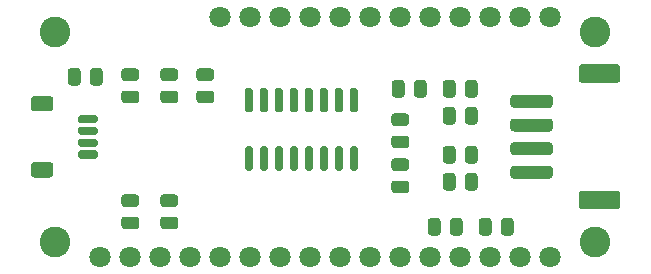
<source format=gbr>
%TF.GenerationSoftware,KiCad,Pcbnew,(5.1.6-0-10_14)*%
%TF.CreationDate,2020-10-21T19:08:18-07:00*%
%TF.ProjectId,NAU7802_Dual_24-bit_ADC,4e415537-3830-4325-9f44-75616c5f3234,v00*%
%TF.SameCoordinates,Original*%
%TF.FileFunction,Soldermask,Top*%
%TF.FilePolarity,Negative*%
%FSLAX46Y46*%
G04 Gerber Fmt 4.6, Leading zero omitted, Abs format (unit mm)*
G04 Created by KiCad (PCBNEW (5.1.6-0-10_14)) date 2020-10-21 19:08:18*
%MOMM*%
%LPD*%
G01*
G04 APERTURE LIST*
%ADD10C,1.801600*%
%ADD11C,2.601600*%
G04 APERTURE END LIST*
%TO.C,U1*%
G36*
G01*
X147368400Y-99515800D02*
X147017600Y-99515800D01*
G75*
G02*
X146842200Y-99340400I0J175400D01*
G01*
X146842200Y-97639600D01*
G75*
G02*
X147017600Y-97464200I175400J0D01*
G01*
X147368400Y-97464200D01*
G75*
G02*
X147543800Y-97639600I0J-175400D01*
G01*
X147543800Y-99340400D01*
G75*
G02*
X147368400Y-99515800I-175400J0D01*
G01*
G37*
G36*
G01*
X148638400Y-99515800D02*
X148287600Y-99515800D01*
G75*
G02*
X148112200Y-99340400I0J175400D01*
G01*
X148112200Y-97639600D01*
G75*
G02*
X148287600Y-97464200I175400J0D01*
G01*
X148638400Y-97464200D01*
G75*
G02*
X148813800Y-97639600I0J-175400D01*
G01*
X148813800Y-99340400D01*
G75*
G02*
X148638400Y-99515800I-175400J0D01*
G01*
G37*
G36*
G01*
X149908400Y-99515800D02*
X149557600Y-99515800D01*
G75*
G02*
X149382200Y-99340400I0J175400D01*
G01*
X149382200Y-97639600D01*
G75*
G02*
X149557600Y-97464200I175400J0D01*
G01*
X149908400Y-97464200D01*
G75*
G02*
X150083800Y-97639600I0J-175400D01*
G01*
X150083800Y-99340400D01*
G75*
G02*
X149908400Y-99515800I-175400J0D01*
G01*
G37*
G36*
G01*
X151178400Y-99515800D02*
X150827600Y-99515800D01*
G75*
G02*
X150652200Y-99340400I0J175400D01*
G01*
X150652200Y-97639600D01*
G75*
G02*
X150827600Y-97464200I175400J0D01*
G01*
X151178400Y-97464200D01*
G75*
G02*
X151353800Y-97639600I0J-175400D01*
G01*
X151353800Y-99340400D01*
G75*
G02*
X151178400Y-99515800I-175400J0D01*
G01*
G37*
G36*
G01*
X152448400Y-99515800D02*
X152097600Y-99515800D01*
G75*
G02*
X151922200Y-99340400I0J175400D01*
G01*
X151922200Y-97639600D01*
G75*
G02*
X152097600Y-97464200I175400J0D01*
G01*
X152448400Y-97464200D01*
G75*
G02*
X152623800Y-97639600I0J-175400D01*
G01*
X152623800Y-99340400D01*
G75*
G02*
X152448400Y-99515800I-175400J0D01*
G01*
G37*
G36*
G01*
X153718400Y-99515800D02*
X153367600Y-99515800D01*
G75*
G02*
X153192200Y-99340400I0J175400D01*
G01*
X153192200Y-97639600D01*
G75*
G02*
X153367600Y-97464200I175400J0D01*
G01*
X153718400Y-97464200D01*
G75*
G02*
X153893800Y-97639600I0J-175400D01*
G01*
X153893800Y-99340400D01*
G75*
G02*
X153718400Y-99515800I-175400J0D01*
G01*
G37*
G36*
G01*
X154988400Y-99515800D02*
X154637600Y-99515800D01*
G75*
G02*
X154462200Y-99340400I0J175400D01*
G01*
X154462200Y-97639600D01*
G75*
G02*
X154637600Y-97464200I175400J0D01*
G01*
X154988400Y-97464200D01*
G75*
G02*
X155163800Y-97639600I0J-175400D01*
G01*
X155163800Y-99340400D01*
G75*
G02*
X154988400Y-99515800I-175400J0D01*
G01*
G37*
G36*
G01*
X156258400Y-99515800D02*
X155907600Y-99515800D01*
G75*
G02*
X155732200Y-99340400I0J175400D01*
G01*
X155732200Y-97639600D01*
G75*
G02*
X155907600Y-97464200I175400J0D01*
G01*
X156258400Y-97464200D01*
G75*
G02*
X156433800Y-97639600I0J-175400D01*
G01*
X156433800Y-99340400D01*
G75*
G02*
X156258400Y-99515800I-175400J0D01*
G01*
G37*
G36*
G01*
X156258400Y-104465800D02*
X155907600Y-104465800D01*
G75*
G02*
X155732200Y-104290400I0J175400D01*
G01*
X155732200Y-102589600D01*
G75*
G02*
X155907600Y-102414200I175400J0D01*
G01*
X156258400Y-102414200D01*
G75*
G02*
X156433800Y-102589600I0J-175400D01*
G01*
X156433800Y-104290400D01*
G75*
G02*
X156258400Y-104465800I-175400J0D01*
G01*
G37*
G36*
G01*
X154988400Y-104465800D02*
X154637600Y-104465800D01*
G75*
G02*
X154462200Y-104290400I0J175400D01*
G01*
X154462200Y-102589600D01*
G75*
G02*
X154637600Y-102414200I175400J0D01*
G01*
X154988400Y-102414200D01*
G75*
G02*
X155163800Y-102589600I0J-175400D01*
G01*
X155163800Y-104290400D01*
G75*
G02*
X154988400Y-104465800I-175400J0D01*
G01*
G37*
G36*
G01*
X153718400Y-104465800D02*
X153367600Y-104465800D01*
G75*
G02*
X153192200Y-104290400I0J175400D01*
G01*
X153192200Y-102589600D01*
G75*
G02*
X153367600Y-102414200I175400J0D01*
G01*
X153718400Y-102414200D01*
G75*
G02*
X153893800Y-102589600I0J-175400D01*
G01*
X153893800Y-104290400D01*
G75*
G02*
X153718400Y-104465800I-175400J0D01*
G01*
G37*
G36*
G01*
X152448400Y-104465800D02*
X152097600Y-104465800D01*
G75*
G02*
X151922200Y-104290400I0J175400D01*
G01*
X151922200Y-102589600D01*
G75*
G02*
X152097600Y-102414200I175400J0D01*
G01*
X152448400Y-102414200D01*
G75*
G02*
X152623800Y-102589600I0J-175400D01*
G01*
X152623800Y-104290400D01*
G75*
G02*
X152448400Y-104465800I-175400J0D01*
G01*
G37*
G36*
G01*
X151178400Y-104465800D02*
X150827600Y-104465800D01*
G75*
G02*
X150652200Y-104290400I0J175400D01*
G01*
X150652200Y-102589600D01*
G75*
G02*
X150827600Y-102414200I175400J0D01*
G01*
X151178400Y-102414200D01*
G75*
G02*
X151353800Y-102589600I0J-175400D01*
G01*
X151353800Y-104290400D01*
G75*
G02*
X151178400Y-104465800I-175400J0D01*
G01*
G37*
G36*
G01*
X149908400Y-104465800D02*
X149557600Y-104465800D01*
G75*
G02*
X149382200Y-104290400I0J175400D01*
G01*
X149382200Y-102589600D01*
G75*
G02*
X149557600Y-102414200I175400J0D01*
G01*
X149908400Y-102414200D01*
G75*
G02*
X150083800Y-102589600I0J-175400D01*
G01*
X150083800Y-104290400D01*
G75*
G02*
X149908400Y-104465800I-175400J0D01*
G01*
G37*
G36*
G01*
X148638400Y-104465800D02*
X148287600Y-104465800D01*
G75*
G02*
X148112200Y-104290400I0J175400D01*
G01*
X148112200Y-102589600D01*
G75*
G02*
X148287600Y-102414200I175400J0D01*
G01*
X148638400Y-102414200D01*
G75*
G02*
X148813800Y-102589600I0J-175400D01*
G01*
X148813800Y-104290400D01*
G75*
G02*
X148638400Y-104465800I-175400J0D01*
G01*
G37*
G36*
G01*
X147368400Y-104465800D02*
X147017600Y-104465800D01*
G75*
G02*
X146842200Y-104290400I0J175400D01*
G01*
X146842200Y-102589600D01*
G75*
G02*
X147017600Y-102414200I175400J0D01*
G01*
X147368400Y-102414200D01*
G75*
G02*
X147543800Y-102589600I0J-175400D01*
G01*
X147543800Y-104290400D01*
G75*
G02*
X147368400Y-104465800I-175400J0D01*
G01*
G37*
%TD*%
D10*
%TO.C,M1*%
X172720000Y-91440000D03*
X170180000Y-91440000D03*
X167640000Y-91440000D03*
X165100000Y-91440000D03*
X162560000Y-91440000D03*
X160020000Y-91440000D03*
X157480000Y-91440000D03*
X154940000Y-91440000D03*
X152400000Y-91440000D03*
X149860000Y-91440000D03*
X147320000Y-91440000D03*
X144780000Y-91440000D03*
X172720000Y-111760000D03*
X170180000Y-111760000D03*
X167640000Y-111760000D03*
X165100000Y-111760000D03*
X162560000Y-111760000D03*
X160020000Y-111760000D03*
X157480000Y-111760000D03*
X154940000Y-111760000D03*
X152400000Y-111760000D03*
X149860000Y-111760000D03*
X147320000Y-111760000D03*
X144780000Y-111760000D03*
X142240000Y-111760000D03*
X139700000Y-111760000D03*
X137160000Y-111760000D03*
X134620000Y-111760000D03*
%TD*%
D11*
%TO.C,REF\u002A\u002A*%
X130810000Y-110490000D03*
%TD*%
%TO.C,REF\u002A\u002A*%
X176530000Y-92710000D03*
%TD*%
%TO.C,e*%
X176530000Y-110490000D03*
%TD*%
%TO.C,REF\u002A\u002A*%
X130810000Y-92710000D03*
%TD*%
%TO.C,C1*%
G36*
G01*
X160501650Y-106377800D02*
X159538350Y-106377800D01*
G75*
G02*
X159269200Y-106108650I0J269150D01*
G01*
X159269200Y-105570350D01*
G75*
G02*
X159538350Y-105301200I269150J0D01*
G01*
X160501650Y-105301200D01*
G75*
G02*
X160770800Y-105570350I0J-269150D01*
G01*
X160770800Y-106108650D01*
G75*
G02*
X160501650Y-106377800I-269150J0D01*
G01*
G37*
G36*
G01*
X160501650Y-104502800D02*
X159538350Y-104502800D01*
G75*
G02*
X159269200Y-104233650I0J269150D01*
G01*
X159269200Y-103695350D01*
G75*
G02*
X159538350Y-103426200I269150J0D01*
G01*
X160501650Y-103426200D01*
G75*
G02*
X160770800Y-103695350I0J-269150D01*
G01*
X160770800Y-104233650D01*
G75*
G02*
X160501650Y-104502800I-269150J0D01*
G01*
G37*
%TD*%
%TO.C,C2*%
G36*
G01*
X160501650Y-100692800D02*
X159538350Y-100692800D01*
G75*
G02*
X159269200Y-100423650I0J269150D01*
G01*
X159269200Y-99885350D01*
G75*
G02*
X159538350Y-99616200I269150J0D01*
G01*
X160501650Y-99616200D01*
G75*
G02*
X160770800Y-99885350I0J-269150D01*
G01*
X160770800Y-100423650D01*
G75*
G02*
X160501650Y-100692800I-269150J0D01*
G01*
G37*
G36*
G01*
X160501650Y-102567800D02*
X159538350Y-102567800D01*
G75*
G02*
X159269200Y-102298650I0J269150D01*
G01*
X159269200Y-101760350D01*
G75*
G02*
X159538350Y-101491200I269150J0D01*
G01*
X160501650Y-101491200D01*
G75*
G02*
X160770800Y-101760350I0J-269150D01*
G01*
X160770800Y-102298650D01*
G75*
G02*
X160501650Y-102567800I-269150J0D01*
G01*
G37*
%TD*%
%TO.C,C3*%
G36*
G01*
X139980350Y-108349200D02*
X140943650Y-108349200D01*
G75*
G02*
X141212800Y-108618350I0J-269150D01*
G01*
X141212800Y-109156650D01*
G75*
G02*
X140943650Y-109425800I-269150J0D01*
G01*
X139980350Y-109425800D01*
G75*
G02*
X139711200Y-109156650I0J269150D01*
G01*
X139711200Y-108618350D01*
G75*
G02*
X139980350Y-108349200I269150J0D01*
G01*
G37*
G36*
G01*
X139980350Y-106474200D02*
X140943650Y-106474200D01*
G75*
G02*
X141212800Y-106743350I0J-269150D01*
G01*
X141212800Y-107281650D01*
G75*
G02*
X140943650Y-107550800I-269150J0D01*
G01*
X139980350Y-107550800D01*
G75*
G02*
X139711200Y-107281650I0J269150D01*
G01*
X139711200Y-106743350D01*
G75*
G02*
X139980350Y-106474200I269150J0D01*
G01*
G37*
%TD*%
%TO.C,C4*%
G36*
G01*
X136678350Y-106474200D02*
X137641650Y-106474200D01*
G75*
G02*
X137910800Y-106743350I0J-269150D01*
G01*
X137910800Y-107281650D01*
G75*
G02*
X137641650Y-107550800I-269150J0D01*
G01*
X136678350Y-107550800D01*
G75*
G02*
X136409200Y-107281650I0J269150D01*
G01*
X136409200Y-106743350D01*
G75*
G02*
X136678350Y-106474200I269150J0D01*
G01*
G37*
G36*
G01*
X136678350Y-108349200D02*
X137641650Y-108349200D01*
G75*
G02*
X137910800Y-108618350I0J-269150D01*
G01*
X137910800Y-109156650D01*
G75*
G02*
X137641650Y-109425800I-269150J0D01*
G01*
X136678350Y-109425800D01*
G75*
G02*
X136409200Y-109156650I0J269150D01*
G01*
X136409200Y-108618350D01*
G75*
G02*
X136678350Y-108349200I269150J0D01*
G01*
G37*
%TD*%
%TO.C,C5*%
G36*
G01*
X168547200Y-109701650D02*
X168547200Y-108738350D01*
G75*
G02*
X168816350Y-108469200I269150J0D01*
G01*
X169354650Y-108469200D01*
G75*
G02*
X169623800Y-108738350I0J-269150D01*
G01*
X169623800Y-109701650D01*
G75*
G02*
X169354650Y-109970800I-269150J0D01*
G01*
X168816350Y-109970800D01*
G75*
G02*
X168547200Y-109701650I0J269150D01*
G01*
G37*
G36*
G01*
X166672200Y-109701650D02*
X166672200Y-108738350D01*
G75*
G02*
X166941350Y-108469200I269150J0D01*
G01*
X167479650Y-108469200D01*
G75*
G02*
X167748800Y-108738350I0J-269150D01*
G01*
X167748800Y-109701650D01*
G75*
G02*
X167479650Y-109970800I-269150J0D01*
G01*
X166941350Y-109970800D01*
G75*
G02*
X166672200Y-109701650I0J269150D01*
G01*
G37*
%TD*%
%TO.C,C6*%
G36*
G01*
X165305800Y-108738350D02*
X165305800Y-109701650D01*
G75*
G02*
X165036650Y-109970800I-269150J0D01*
G01*
X164498350Y-109970800D01*
G75*
G02*
X164229200Y-109701650I0J269150D01*
G01*
X164229200Y-108738350D01*
G75*
G02*
X164498350Y-108469200I269150J0D01*
G01*
X165036650Y-108469200D01*
G75*
G02*
X165305800Y-108738350I0J-269150D01*
G01*
G37*
G36*
G01*
X163430800Y-108738350D02*
X163430800Y-109701650D01*
G75*
G02*
X163161650Y-109970800I-269150J0D01*
G01*
X162623350Y-109970800D01*
G75*
G02*
X162354200Y-109701650I0J269150D01*
G01*
X162354200Y-108738350D01*
G75*
G02*
X162623350Y-108469200I269150J0D01*
G01*
X163161650Y-108469200D01*
G75*
G02*
X163430800Y-108738350I0J-269150D01*
G01*
G37*
%TD*%
%TO.C,C7*%
G36*
G01*
X159306200Y-98017650D02*
X159306200Y-97054350D01*
G75*
G02*
X159575350Y-96785200I269150J0D01*
G01*
X160113650Y-96785200D01*
G75*
G02*
X160382800Y-97054350I0J-269150D01*
G01*
X160382800Y-98017650D01*
G75*
G02*
X160113650Y-98286800I-269150J0D01*
G01*
X159575350Y-98286800D01*
G75*
G02*
X159306200Y-98017650I0J269150D01*
G01*
G37*
G36*
G01*
X161181200Y-98017650D02*
X161181200Y-97054350D01*
G75*
G02*
X161450350Y-96785200I269150J0D01*
G01*
X161988650Y-96785200D01*
G75*
G02*
X162257800Y-97054350I0J-269150D01*
G01*
X162257800Y-98017650D01*
G75*
G02*
X161988650Y-98286800I-269150J0D01*
G01*
X161450350Y-98286800D01*
G75*
G02*
X161181200Y-98017650I0J269150D01*
G01*
G37*
%TD*%
%TO.C,D1*%
G36*
G01*
X131874200Y-97001650D02*
X131874200Y-96038350D01*
G75*
G02*
X132143350Y-95769200I269150J0D01*
G01*
X132681650Y-95769200D01*
G75*
G02*
X132950800Y-96038350I0J-269150D01*
G01*
X132950800Y-97001650D01*
G75*
G02*
X132681650Y-97270800I-269150J0D01*
G01*
X132143350Y-97270800D01*
G75*
G02*
X131874200Y-97001650I0J269150D01*
G01*
G37*
G36*
G01*
X133749200Y-97001650D02*
X133749200Y-96038350D01*
G75*
G02*
X134018350Y-95769200I269150J0D01*
G01*
X134556650Y-95769200D01*
G75*
G02*
X134825800Y-96038350I0J-269150D01*
G01*
X134825800Y-97001650D01*
G75*
G02*
X134556650Y-97270800I-269150J0D01*
G01*
X134018350Y-97270800D01*
G75*
G02*
X133749200Y-97001650I0J269150D01*
G01*
G37*
%TD*%
%TO.C,J1*%
G36*
G01*
X172665400Y-105150800D02*
X169614600Y-105150800D01*
G75*
G02*
X169339200Y-104875400I0J275400D01*
G01*
X169339200Y-104324600D01*
G75*
G02*
X169614600Y-104049200I275400J0D01*
G01*
X172665400Y-104049200D01*
G75*
G02*
X172940800Y-104324600I0J-275400D01*
G01*
X172940800Y-104875400D01*
G75*
G02*
X172665400Y-105150800I-275400J0D01*
G01*
G37*
G36*
G01*
X172665400Y-103150800D02*
X169614600Y-103150800D01*
G75*
G02*
X169339200Y-102875400I0J275400D01*
G01*
X169339200Y-102324600D01*
G75*
G02*
X169614600Y-102049200I275400J0D01*
G01*
X172665400Y-102049200D01*
G75*
G02*
X172940800Y-102324600I0J-275400D01*
G01*
X172940800Y-102875400D01*
G75*
G02*
X172665400Y-103150800I-275400J0D01*
G01*
G37*
G36*
G01*
X172665400Y-101150800D02*
X169614600Y-101150800D01*
G75*
G02*
X169339200Y-100875400I0J275400D01*
G01*
X169339200Y-100324600D01*
G75*
G02*
X169614600Y-100049200I275400J0D01*
G01*
X172665400Y-100049200D01*
G75*
G02*
X172940800Y-100324600I0J-275400D01*
G01*
X172940800Y-100875400D01*
G75*
G02*
X172665400Y-101150800I-275400J0D01*
G01*
G37*
G36*
G01*
X172665400Y-99150800D02*
X169614600Y-99150800D01*
G75*
G02*
X169339200Y-98875400I0J275400D01*
G01*
X169339200Y-98324600D01*
G75*
G02*
X169614600Y-98049200I275400J0D01*
G01*
X172665400Y-98049200D01*
G75*
G02*
X172940800Y-98324600I0J-275400D01*
G01*
X172940800Y-98875400D01*
G75*
G02*
X172665400Y-99150800I-275400J0D01*
G01*
G37*
G36*
G01*
X178373867Y-107750800D02*
X175406133Y-107750800D01*
G75*
G02*
X175139200Y-107483867I0J266933D01*
G01*
X175139200Y-106416133D01*
G75*
G02*
X175406133Y-106149200I266933J0D01*
G01*
X178373867Y-106149200D01*
G75*
G02*
X178640800Y-106416133I0J-266933D01*
G01*
X178640800Y-107483867D01*
G75*
G02*
X178373867Y-107750800I-266933J0D01*
G01*
G37*
G36*
G01*
X178373867Y-97050800D02*
X175406133Y-97050800D01*
G75*
G02*
X175139200Y-96783867I0J266933D01*
G01*
X175139200Y-95716133D01*
G75*
G02*
X175406133Y-95449200I266933J0D01*
G01*
X178373867Y-95449200D01*
G75*
G02*
X178640800Y-95716133I0J-266933D01*
G01*
X178640800Y-96783867D01*
G75*
G02*
X178373867Y-97050800I-266933J0D01*
G01*
G37*
%TD*%
%TO.C,J3*%
G36*
G01*
X132921600Y-99749200D02*
X134222400Y-99749200D01*
G75*
G02*
X134397800Y-99924600I0J-175400D01*
G01*
X134397800Y-100275400D01*
G75*
G02*
X134222400Y-100450800I-175400J0D01*
G01*
X132921600Y-100450800D01*
G75*
G02*
X132746200Y-100275400I0J175400D01*
G01*
X132746200Y-99924600D01*
G75*
G02*
X132921600Y-99749200I175400J0D01*
G01*
G37*
G36*
G01*
X132921600Y-100749200D02*
X134222400Y-100749200D01*
G75*
G02*
X134397800Y-100924600I0J-175400D01*
G01*
X134397800Y-101275400D01*
G75*
G02*
X134222400Y-101450800I-175400J0D01*
G01*
X132921600Y-101450800D01*
G75*
G02*
X132746200Y-101275400I0J175400D01*
G01*
X132746200Y-100924600D01*
G75*
G02*
X132921600Y-100749200I175400J0D01*
G01*
G37*
G36*
G01*
X132921600Y-101749200D02*
X134222400Y-101749200D01*
G75*
G02*
X134397800Y-101924600I0J-175400D01*
G01*
X134397800Y-102275400D01*
G75*
G02*
X134222400Y-102450800I-175400J0D01*
G01*
X132921600Y-102450800D01*
G75*
G02*
X132746200Y-102275400I0J175400D01*
G01*
X132746200Y-101924600D01*
G75*
G02*
X132921600Y-101749200I175400J0D01*
G01*
G37*
G36*
G01*
X132921600Y-102749200D02*
X134222400Y-102749200D01*
G75*
G02*
X134397800Y-102924600I0J-175400D01*
G01*
X134397800Y-103275400D01*
G75*
G02*
X134222400Y-103450800I-175400J0D01*
G01*
X132921600Y-103450800D01*
G75*
G02*
X132746200Y-103275400I0J175400D01*
G01*
X132746200Y-102924600D01*
G75*
G02*
X132921600Y-102749200I175400J0D01*
G01*
G37*
G36*
G01*
X129017366Y-98149200D02*
X130376634Y-98149200D01*
G75*
G02*
X130647800Y-98420366I0J-271166D01*
G01*
X130647800Y-99179634D01*
G75*
G02*
X130376634Y-99450800I-271166J0D01*
G01*
X129017366Y-99450800D01*
G75*
G02*
X128746200Y-99179634I0J271166D01*
G01*
X128746200Y-98420366D01*
G75*
G02*
X129017366Y-98149200I271166J0D01*
G01*
G37*
G36*
G01*
X129017366Y-103749200D02*
X130376634Y-103749200D01*
G75*
G02*
X130647800Y-104020366I0J-271166D01*
G01*
X130647800Y-104779634D01*
G75*
G02*
X130376634Y-105050800I-271166J0D01*
G01*
X129017366Y-105050800D01*
G75*
G02*
X128746200Y-104779634I0J271166D01*
G01*
X128746200Y-104020366D01*
G75*
G02*
X129017366Y-103749200I271166J0D01*
G01*
G37*
%TD*%
%TO.C,R1*%
G36*
G01*
X163624200Y-105891650D02*
X163624200Y-104928350D01*
G75*
G02*
X163893350Y-104659200I269150J0D01*
G01*
X164431650Y-104659200D01*
G75*
G02*
X164700800Y-104928350I0J-269150D01*
G01*
X164700800Y-105891650D01*
G75*
G02*
X164431650Y-106160800I-269150J0D01*
G01*
X163893350Y-106160800D01*
G75*
G02*
X163624200Y-105891650I0J269150D01*
G01*
G37*
G36*
G01*
X165499200Y-105891650D02*
X165499200Y-104928350D01*
G75*
G02*
X165768350Y-104659200I269150J0D01*
G01*
X166306650Y-104659200D01*
G75*
G02*
X166575800Y-104928350I0J-269150D01*
G01*
X166575800Y-105891650D01*
G75*
G02*
X166306650Y-106160800I-269150J0D01*
G01*
X165768350Y-106160800D01*
G75*
G02*
X165499200Y-105891650I0J269150D01*
G01*
G37*
%TD*%
%TO.C,R2*%
G36*
G01*
X165499200Y-103605650D02*
X165499200Y-102642350D01*
G75*
G02*
X165768350Y-102373200I269150J0D01*
G01*
X166306650Y-102373200D01*
G75*
G02*
X166575800Y-102642350I0J-269150D01*
G01*
X166575800Y-103605650D01*
G75*
G02*
X166306650Y-103874800I-269150J0D01*
G01*
X165768350Y-103874800D01*
G75*
G02*
X165499200Y-103605650I0J269150D01*
G01*
G37*
G36*
G01*
X163624200Y-103605650D02*
X163624200Y-102642350D01*
G75*
G02*
X163893350Y-102373200I269150J0D01*
G01*
X164431650Y-102373200D01*
G75*
G02*
X164700800Y-102642350I0J-269150D01*
G01*
X164700800Y-103605650D01*
G75*
G02*
X164431650Y-103874800I-269150J0D01*
G01*
X163893350Y-103874800D01*
G75*
G02*
X163624200Y-103605650I0J269150D01*
G01*
G37*
%TD*%
%TO.C,R3*%
G36*
G01*
X163624200Y-100303650D02*
X163624200Y-99340350D01*
G75*
G02*
X163893350Y-99071200I269150J0D01*
G01*
X164431650Y-99071200D01*
G75*
G02*
X164700800Y-99340350I0J-269150D01*
G01*
X164700800Y-100303650D01*
G75*
G02*
X164431650Y-100572800I-269150J0D01*
G01*
X163893350Y-100572800D01*
G75*
G02*
X163624200Y-100303650I0J269150D01*
G01*
G37*
G36*
G01*
X165499200Y-100303650D02*
X165499200Y-99340350D01*
G75*
G02*
X165768350Y-99071200I269150J0D01*
G01*
X166306650Y-99071200D01*
G75*
G02*
X166575800Y-99340350I0J-269150D01*
G01*
X166575800Y-100303650D01*
G75*
G02*
X166306650Y-100572800I-269150J0D01*
G01*
X165768350Y-100572800D01*
G75*
G02*
X165499200Y-100303650I0J269150D01*
G01*
G37*
%TD*%
%TO.C,R4*%
G36*
G01*
X165499200Y-98017650D02*
X165499200Y-97054350D01*
G75*
G02*
X165768350Y-96785200I269150J0D01*
G01*
X166306650Y-96785200D01*
G75*
G02*
X166575800Y-97054350I0J-269150D01*
G01*
X166575800Y-98017650D01*
G75*
G02*
X166306650Y-98286800I-269150J0D01*
G01*
X165768350Y-98286800D01*
G75*
G02*
X165499200Y-98017650I0J269150D01*
G01*
G37*
G36*
G01*
X163624200Y-98017650D02*
X163624200Y-97054350D01*
G75*
G02*
X163893350Y-96785200I269150J0D01*
G01*
X164431650Y-96785200D01*
G75*
G02*
X164700800Y-97054350I0J-269150D01*
G01*
X164700800Y-98017650D01*
G75*
G02*
X164431650Y-98286800I-269150J0D01*
G01*
X163893350Y-98286800D01*
G75*
G02*
X163624200Y-98017650I0J269150D01*
G01*
G37*
%TD*%
%TO.C,R5*%
G36*
G01*
X136678350Y-95806200D02*
X137641650Y-95806200D01*
G75*
G02*
X137910800Y-96075350I0J-269150D01*
G01*
X137910800Y-96613650D01*
G75*
G02*
X137641650Y-96882800I-269150J0D01*
G01*
X136678350Y-96882800D01*
G75*
G02*
X136409200Y-96613650I0J269150D01*
G01*
X136409200Y-96075350D01*
G75*
G02*
X136678350Y-95806200I269150J0D01*
G01*
G37*
G36*
G01*
X136678350Y-97681200D02*
X137641650Y-97681200D01*
G75*
G02*
X137910800Y-97950350I0J-269150D01*
G01*
X137910800Y-98488650D01*
G75*
G02*
X137641650Y-98757800I-269150J0D01*
G01*
X136678350Y-98757800D01*
G75*
G02*
X136409200Y-98488650I0J269150D01*
G01*
X136409200Y-97950350D01*
G75*
G02*
X136678350Y-97681200I269150J0D01*
G01*
G37*
%TD*%
%TO.C,R6*%
G36*
G01*
X143028350Y-95806200D02*
X143991650Y-95806200D01*
G75*
G02*
X144260800Y-96075350I0J-269150D01*
G01*
X144260800Y-96613650D01*
G75*
G02*
X143991650Y-96882800I-269150J0D01*
G01*
X143028350Y-96882800D01*
G75*
G02*
X142759200Y-96613650I0J269150D01*
G01*
X142759200Y-96075350D01*
G75*
G02*
X143028350Y-95806200I269150J0D01*
G01*
G37*
G36*
G01*
X143028350Y-97681200D02*
X143991650Y-97681200D01*
G75*
G02*
X144260800Y-97950350I0J-269150D01*
G01*
X144260800Y-98488650D01*
G75*
G02*
X143991650Y-98757800I-269150J0D01*
G01*
X143028350Y-98757800D01*
G75*
G02*
X142759200Y-98488650I0J269150D01*
G01*
X142759200Y-97950350D01*
G75*
G02*
X143028350Y-97681200I269150J0D01*
G01*
G37*
%TD*%
%TO.C,R7*%
G36*
G01*
X139980350Y-97681200D02*
X140943650Y-97681200D01*
G75*
G02*
X141212800Y-97950350I0J-269150D01*
G01*
X141212800Y-98488650D01*
G75*
G02*
X140943650Y-98757800I-269150J0D01*
G01*
X139980350Y-98757800D01*
G75*
G02*
X139711200Y-98488650I0J269150D01*
G01*
X139711200Y-97950350D01*
G75*
G02*
X139980350Y-97681200I269150J0D01*
G01*
G37*
G36*
G01*
X139980350Y-95806200D02*
X140943650Y-95806200D01*
G75*
G02*
X141212800Y-96075350I0J-269150D01*
G01*
X141212800Y-96613650D01*
G75*
G02*
X140943650Y-96882800I-269150J0D01*
G01*
X139980350Y-96882800D01*
G75*
G02*
X139711200Y-96613650I0J269150D01*
G01*
X139711200Y-96075350D01*
G75*
G02*
X139980350Y-95806200I269150J0D01*
G01*
G37*
%TD*%
M02*

</source>
